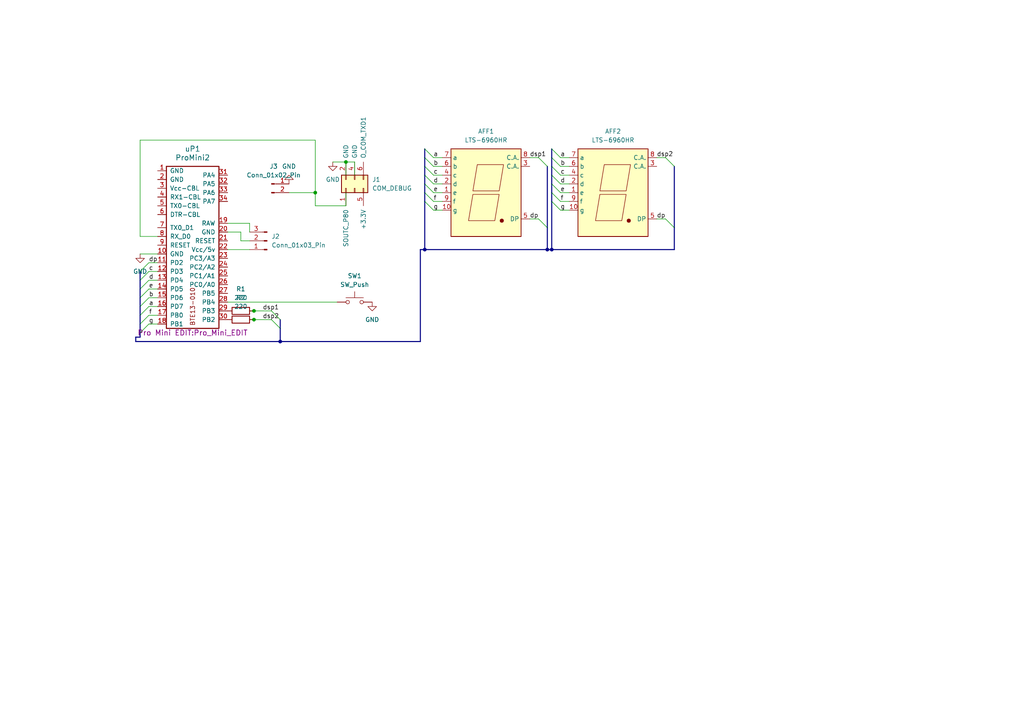
<source format=kicad_sch>
(kicad_sch (version 20230121) (generator eeschema)
  (paper "A4")
  (lib_symbols
    (symbol "COM_DEBUG:COM_DEBUG_Header" (pin_names (offset 1.016))
      (property "Reference" "J1" (at 6.35 1.27 0))
      (property "Value" "COM_DEBUG" (at 6.35 -1.27 0))
      (symbol "COM_DEBUG_Header_1_1"
        (rectangle (start -2.54 -2.54) (end 5.08 2.54) (stroke (width 0.254)) (fill (type background)))
        (rectangle (start -1.397 -2.54) (end -1.143 -1.27) (stroke (width 0.1524)))
        (rectangle (start -1.397 2.54) (end -1.143 1.27) (stroke (width 0.1524)))
        (rectangle (start 1.143 -2.54) (end 1.397 -1.27) (stroke (width 0.1524)))
        (rectangle (start 1.143 2.54) (end 1.397 1.27) (stroke (width 0.1524)))
        (rectangle (start 3.683 -2.54) (end 3.937 -1.27) (stroke (width 0.1524)))
        (rectangle (start 3.683 2.54) (end 3.937 1.27) (stroke (width 0.1524)))
        (pin passive line (at -1.27 -2.54 270) (length 3.81) (name "SOUTC_P80") (number "1"))
        (pin passive line (at -1.27 2.54 90) (length 3.81) (name "GND") (number "2"))
        (pin passive line (at 1.27 2.54 90) (length 3.81) (name "GND") (number "4"))
        (pin passive line (at 3.81 -2.54 270) (length 3.81) (name "+3.3V") (number "5"))
        (pin passive line (at 3.81 2.54 90) (length 3.81) (name "O_COM_TXD1") (number "6"))
      )
    )
    (symbol "Connector:Conn_01x02_Pin" (pin_names (offset 1.016) hide)
      (property "Reference" "J" (at 0 2.54 0))
      (property "Value" "Conn_01x02_Pin" (at 0 -5.08 0))
      (symbol "Conn_01x02_Pin_1_1"
        (polyline (pts (xy 1.27 -2.54) (xy 0.8636 -2.54)) (stroke (width 0.1524)))
        (polyline (pts (xy 1.27 0) (xy 0.8636 0)) (stroke (width 0.1524)))
        (rectangle (start 0.8636 -2.413) (end 0 -2.667) (stroke (width 0.1524)) (fill (type outline)))
        (rectangle (start 0.8636 0.127) (end 0 -0.127) (stroke (width 0.1524)) (fill (type outline)))
        (pin passive line (at 5.08 0 180) (length 3.81) (name "Pin_1") (number "1"))
        (pin passive line (at 5.08 -2.54 180) (length 3.81) (name "Pin_2") (number "2"))
      )
    )
    (symbol "Connector:Conn_01x03_Pin" (pin_names (offset 1.016) hide)
      (property "Reference" "J" (at 0 5.08 0))
      (property "Value" "Conn_01x03_Pin" (at 0 -5.08 0))
      (symbol "Conn_01x03_Pin_1_1"
        (polyline (pts (xy 1.27 -2.54) (xy 0.8636 -2.54)) (stroke (width 0.1524)))
        (polyline (pts (xy 1.27 0) (xy 0.8636 0)) (stroke (width 0.1524)))
        (polyline (pts (xy 1.27 2.54) (xy 0.8636 2.54)) (stroke (width 0.1524)))
        (rectangle (start 0.8636 -2.413) (end 0 -2.667) (stroke (width 0.1524)) (fill (type outline)))
        (rectangle (start 0.8636 0.127) (end 0 -0.127) (stroke (width 0.1524)) (fill (type outline)))
        (rectangle (start 0.8636 2.667) (end 0 2.413) (stroke (width 0.1524)) (fill (type outline)))
        (pin passive line (at 5.08 2.54 180) (length 3.81) (name "Pin_1") (number "1"))
        (pin passive line (at 5.08 0 180) (length 3.81) (name "Pin_2") (number "2"))
        (pin passive line (at 5.08 -2.54 180) (length 3.81) (name "Pin_3") (number "3"))
      )
    )
    (symbol "Device:R" (pin_numbers hide) (pin_names (offset 0))
      (property "Reference" "R" (at 2.032 0 90))
      (property "Value" "R" (at 0 0 90))
      (symbol "R_0_1"
        (rectangle (start -1.016 -2.54) (end 1.016 2.54) (stroke (width 0.254)))
      )
      (symbol "R_1_1"
        (pin passive line (at 0 3.81 270) (length 1.27) (name "~") (number "1"))
        (pin passive line (at 0 -3.81 90) (length 1.27) (name "~") (number "2"))
      )
    )
    (symbol "Display_Character:LTS-6960HR"
      (property "Reference" "AFF" (at -7.874 13.97 0))
      (property "Value" "LTS-6960HR" (at -2.032 13.97 0))
      (symbol "LTS-6960HR_0_1"
        (rectangle (start -10.16 12.7) (end 10.16 -12.7) (stroke (width 0.254)) (fill (type background)))
        (polyline (pts (xy -3.81 -0.508) (xy 3.81 -0.508) (xy 2.54 -8.128) (xy -5.08 -8.128) (xy -3.81 -0.508) (xy -3.81 -0.508)))
        (polyline (pts (xy -2.54 8.128) (xy 5.08 8.128) (xy 3.81 0.508) (xy -3.81 0.508) (xy -2.54 8.128) (xy -2.54 8.128)))
        (circle (center 4.572 -8.128) (radius 0.508) (fill (type outline)))
      )
      (symbol "LTS-6960HR_1_1"
        (pin passive line (at -12.7 0 0) (length 2.54) (name "e") (number "1"))
        (pin passive line (at -12.7 -5.08 0) (length 2.54) (name "g") (number "10"))
        (pin passive line (at -12.7 2.54 0) (length 2.54) (name "d") (number "2"))
        (pin passive line (at 12.7 7.62 180) (length 2.54) (name "C.A.") (number "3"))
        (pin passive line (at -12.7 5.08 0) (length 2.54) (name "c") (number "4"))
        (pin passive line (at 12.7 -7.62 180) (length 2.54) (name "DP") (number "5"))
        (pin passive line (at -12.7 7.62 0) (length 2.54) (name "b") (number "6"))
        (pin passive line (at -12.7 10.16 0) (length 2.54) (name "a") (number "7"))
        (pin passive line (at 12.7 10.16 180) (length 2.54) (name "C.A.") (number "8"))
        (pin passive line (at -12.7 -2.54 0) (length 2.54) (name "f") (number "9"))
      )
    )
    (symbol "Switch:SW_Push" (pin_numbers hide) (pin_names (offset 1.016) hide)
      (property "Reference" "SW" (at 1.27 2.54 0))
      (property "Value" "SW_Push" (at 0 -1.524 0))
      (symbol "SW_Push_0_1"
        (circle (center -2.032 0) (radius 0.508))
        (polyline (pts (xy 0 1.27) (xy 0 3.048)))
        (polyline (pts (xy 2.54 1.27) (xy -2.54 1.27)))
        (circle (center 2.032 0) (radius 0.508))
        (pin passive line (at -5.08 0 0) (length 2.54) (name "1") (number "1"))
        (pin passive line (at 5.08 0 180) (length 2.54) (name "2") (number "2"))
      )
    )
    (symbol "j_ProcessorBoards:ProMini2" (pin_names (offset 1.016))
      (property "Reference" "uP" (at -12.7 -8.89 0))
      (property "Value" "ProMini2" (at -15.24 -58.42 0))
      (symbol "ProMini2_0_1"
        (rectangle (start -22.86 -10.16) (end -7.62 -57.15) (stroke (width 0.3048)))
      )
      (symbol "ProMini2_1_0"
        (text "BTE13-010" (at -15.24 -50.8 900) (effects (font (size 1.27 1.27))))
      )
      (symbol "ProMini2_1_1"
        (pin input line (at -25.4 -11.43 0) (length 2.54) (name "GND") (number "1"))
        (pin input line (at -25.4 -35.56 0) (length 2.54) (name "GND") (number "10"))
        (pin bidirectional line (at -25.4 -38.1 0) (length 2.54) (name "PD2") (number "11"))
        (pin bidirectional line (at -25.4 -40.64 0) (length 2.54) (name "PD3") (number "12"))
        (pin bidirectional line (at -25.4 -43.18 0) (length 2.54) (name "PD4") (number "13"))
        (pin bidirectional line (at -25.4 -45.72 0) (length 2.54) (name "PD5") (number "14"))
        (pin bidirectional line (at -25.4 -48.26 0) (length 2.54) (name "PD6") (number "15"))
        (pin bidirectional line (at -25.4 -50.8 0) (length 2.54) (name "PD7") (number "16"))
        (pin bidirectional line (at -25.4 -53.34 0) (length 2.54) (name "PB0") (number "17"))
        (pin bidirectional line (at -25.4 -55.88 0) (length 2.54) (name "PB1") (number "18"))
        (pin input line (at -5.08 -26.67 180) (length 2.54) (name "RAW") (number "19"))
        (pin input line (at -25.4 -13.97 0) (length 2.54) (name "GND") (number "2"))
        (pin input line (at -5.08 -29.21 180) (length 2.54) (name "GND") (number "20"))
        (pin input line (at -5.08 -31.75 180) (length 2.54) (name "RESET") (number "21"))
        (pin input line (at -5.08 -34.29 180) (length 2.54) (name "Vcc/5v") (number "22"))
        (pin bidirectional line (at -5.08 -36.83 180) (length 2.54) (name "PC3/A3") (number "23"))
        (pin bidirectional line (at -5.08 -39.37 180) (length 2.54) (name "PC2/A2") (number "24"))
        (pin bidirectional line (at -5.08 -41.91 180) (length 2.54) (name "PC1/A1") (number "25"))
        (pin bidirectional line (at -5.08 -44.45 180) (length 2.54) (name "PC0/A0") (number "26"))
        (pin bidirectional line (at -5.08 -46.99 180) (length 2.54) (name "PB5") (number "27"))
        (pin bidirectional line (at -5.08 -49.53 180) (length 2.54) (name "PB4") (number "28"))
        (pin bidirectional line (at -5.08 -52.07 180) (length 2.54) (name "PB3") (number "29"))
        (pin power_in line (at -25.4 -16.51 0) (length 2.54) (name "Vcc-CBL") (number "3"))
        (pin bidirectional line (at -5.08 -54.61 180) (length 2.54) (name "PB2") (number "30"))
        (pin bidirectional line (at -5.08 -12.7 180) (length 2.54) (name "PA4") (number "31"))
        (pin bidirectional line (at -5.08 -15.24 180) (length 2.54) (name "PA5") (number "32"))
        (pin bidirectional line (at -5.08 -17.78 180) (length 2.54) (name "PA6") (number "33"))
        (pin bidirectional line (at -5.08 -20.32 180) (length 2.54) (name "PA7") (number "34"))
        (pin bidirectional line (at -25.4 -19.05 0) (length 2.54) (name "RX1-CBL") (number "4"))
        (pin bidirectional line (at -25.4 -21.59 0) (length 2.54) (name "TX0-CBL") (number "5"))
        (pin bidirectional line (at -25.4 -24.13 0) (length 2.54) (name "DTR-CBL") (number "6"))
        (pin bidirectional line (at -25.4 -27.94 0) (length 2.54) (name "TX0_D1") (number "7"))
        (pin bidirectional line (at -25.4 -30.48 0) (length 2.54) (name "RX_D0") (number "8"))
        (pin input line (at -25.4 -33.02 0) (length 2.54) (name "RESET") (number "9"))
      )
    )
    (symbol "power:GND" (power) (pin_names (offset 0))
      (property "Value" "GND" (at 0 -3.81 0))
      (symbol "GND_0_1"
        (polyline (pts (xy 0 0) (xy 0 -1.27) (xy 1.27 -1.27) (xy 0 -2.54) (xy -1.27 -1.27) (xy 0 -1.27)))
      )
      (symbol "GND_1_1"
        (pin power_in line (at 0 0 270) (length 0) hide (name "GND") (number "1"))
      )
    )
  )
  (junction (at 158.75 72.39))
  (junction (at 100.33 46.99))
  (junction (at 81.28 99.06))
  (junction (at 123.19 72.39))
  (junction (at 160.02 72.39))
  (junction (at 73.66 92.71))
  (junction (at 91.44 55.88))
  (junction (at 73.66 90.17))
  (bus_entry (at 156.21 63.5) (size 2.54 2.54))
  (bus_entry (at 193.04 45.72) (size 2.54 2.54))
  (bus_entry (at 43.18 76.2) (size -2.54 2.54))
  (bus_entry (at 43.18 78.74) (size -2.54 2.54))
  (bus_entry (at 125.73 58.42) (size -2.54 -2.54))
  (bus_entry (at 43.18 93.98) (size -2.54 2.54))
  (bus_entry (at 125.73 53.34) (size -2.54 -2.54))
  (bus_entry (at 43.18 81.28) (size -2.54 2.54))
  (bus_entry (at 125.73 55.88) (size -2.54 -2.54))
  (bus_entry (at 78.74 92.71) (size 2.54 2.54))
  (bus_entry (at 193.04 63.5) (size 2.54 2.54))
  (bus_entry (at 125.73 45.72) (size -2.54 -2.54))
  (bus_entry (at 43.18 91.44) (size -2.54 2.54))
  (bus_entry (at 43.18 86.36) (size -2.54 2.54))
  (bus_entry (at 125.73 60.96) (size -2.54 -2.54))
  (bus_entry (at 162.56 50.8) (size -2.54 -2.54))
  (bus_entry (at 162.56 48.26) (size -2.54 -2.54))
  (bus_entry (at 125.73 50.8) (size -2.54 -2.54))
  (bus_entry (at 43.18 83.82) (size -2.54 2.54))
  (bus_entry (at 162.56 45.72) (size -2.54 -2.54))
  (bus_entry (at 162.56 55.88) (size -2.54 -2.54))
  (bus_entry (at 162.56 53.34) (size -2.54 -2.54))
  (bus_entry (at 78.74 90.17) (size 2.54 2.54))
  (bus_entry (at 125.73 48.26) (size -2.54 -2.54))
  (bus_entry (at 162.56 60.96) (size -2.54 -2.54))
  (bus_entry (at 162.56 58.42) (size -2.54 -2.54))
  (bus_entry (at 156.21 45.72) (size 2.54 2.54))
  (bus_entry (at 43.18 88.9) (size -2.54 2.54))
  (wire (pts (xy 40.64 73.66) (xy 45.72 73.66)))
  (wire (pts (xy 43.18 83.82) (xy 45.72 83.82)))
  (wire (pts (xy 66.04 87.63) (xy 97.79 87.63)))
  (wire (pts (xy 190.5 45.72) (xy 193.04 45.72)))
  (bus (pts (xy 160.02 45.72) (xy 160.02 48.26)))
  (bus (pts (xy 40.64 86.36) (xy 40.64 88.9)))
  (bus (pts (xy 40.64 88.9) (xy 40.64 91.44)))
  (wire (pts (xy 162.56 45.72) (xy 165.1 45.72)))
  (wire (pts (xy 153.67 45.72) (xy 156.21 45.72)))
  (wire (pts (xy 96.52 46.99) (xy 100.33 46.99)))
  (wire (pts (xy 43.18 86.36) (xy 45.72 86.36)))
  (bus (pts (xy 160.02 43.18) (xy 160.02 45.72)))
  (bus (pts (xy 81.28 92.71) (xy 81.28 95.25)))
  (bus (pts (xy 195.58 72.39) (xy 160.02 72.39)))
  (wire (pts (xy 162.56 53.34) (xy 165.1 53.34)))
  (wire (pts (xy 72.39 64.77) (xy 66.04 64.77)))
  (bus (pts (xy 123.19 53.34) (xy 123.19 55.88)))
  (bus (pts (xy 195.58 66.04) (xy 195.58 72.39)))
  (wire (pts (xy 125.73 60.96) (xy 128.27 60.96)))
  (wire (pts (xy 162.56 60.96) (xy 165.1 60.96)))
  (bus (pts (xy 39.37 97.79) (xy 40.64 97.79)))
  (wire (pts (xy 72.39 90.17) (xy 73.66 90.17)))
  (bus (pts (xy 158.75 48.26) (xy 158.75 66.04)))
  (bus (pts (xy 121.92 72.39) (xy 123.19 72.39)))
  (bus (pts (xy 123.19 50.8) (xy 123.19 53.34)))
  (wire (pts (xy 43.18 93.98) (xy 45.72 93.98)))
  (wire (pts (xy 72.39 92.71) (xy 73.66 92.71)))
  (bus (pts (xy 40.64 91.44) (xy 40.64 93.98)))
  (bus (pts (xy 160.02 55.88) (xy 160.02 58.42)))
  (wire (pts (xy 102.87 46.99) (xy 102.87 50.8)))
  (wire (pts (xy 125.73 45.72) (xy 128.27 45.72)))
  (bus (pts (xy 123.19 48.26) (xy 123.19 50.8)))
  (wire (pts (xy 91.44 40.64) (xy 91.44 55.88)))
  (wire (pts (xy 40.64 68.58) (xy 40.64 40.64)))
  (bus (pts (xy 160.02 48.26) (xy 160.02 50.8)))
  (bus (pts (xy 158.75 66.04) (xy 158.75 72.39)))
  (wire (pts (xy 162.56 48.26) (xy 165.1 48.26)))
  (bus (pts (xy 160.02 58.42) (xy 160.02 72.39)))
  (wire (pts (xy 125.73 55.88) (xy 128.27 55.88)))
  (wire (pts (xy 83.82 55.88) (xy 91.44 55.88)))
  (wire (pts (xy 162.56 55.88) (xy 165.1 55.88)))
  (bus (pts (xy 40.64 78.74) (xy 40.64 81.28)))
  (bus (pts (xy 195.58 48.26) (xy 195.58 66.04)))
  (bus (pts (xy 123.19 43.18) (xy 123.19 45.72)))
  (wire (pts (xy 43.18 91.44) (xy 45.72 91.44)))
  (wire (pts (xy 91.44 55.88) (xy 91.44 59.69)))
  (bus (pts (xy 123.19 45.72) (xy 123.19 48.26)))
  (wire (pts (xy 43.18 88.9) (xy 45.72 88.9)))
  (bus (pts (xy 121.92 99.06) (xy 81.28 99.06)))
  (bus (pts (xy 160.02 53.34) (xy 160.02 55.88)))
  (wire (pts (xy 43.18 76.2) (xy 45.72 76.2)))
  (wire (pts (xy 125.73 53.34) (xy 128.27 53.34)))
  (bus (pts (xy 39.37 97.79) (xy 39.37 99.06)))
  (bus (pts (xy 40.64 81.28) (xy 40.64 83.82)))
  (wire (pts (xy 45.72 68.58) (xy 40.64 68.58)))
  (bus (pts (xy 123.19 55.88) (xy 123.19 58.42)))
  (wire (pts (xy 69.85 67.31) (xy 66.04 67.31)))
  (bus (pts (xy 158.75 72.39) (xy 160.02 72.39)))
  (wire (pts (xy 100.33 46.99) (xy 100.33 50.8)))
  (wire (pts (xy 153.67 63.5) (xy 156.21 63.5)))
  (bus (pts (xy 158.75 72.39) (xy 123.19 72.39)))
  (wire (pts (xy 125.73 58.42) (xy 128.27 58.42)))
  (wire (pts (xy 91.44 59.69) (xy 100.33 59.69)))
  (wire (pts (xy 72.39 69.85) (xy 69.85 69.85)))
  (bus (pts (xy 81.28 95.25) (xy 81.28 99.06)))
  (wire (pts (xy 162.56 50.8) (xy 165.1 50.8)))
  (bus (pts (xy 123.19 58.42) (xy 123.19 72.39)))
  (wire (pts (xy 100.33 55.88) (xy 100.33 59.69)))
  (bus (pts (xy 39.37 99.06) (xy 81.28 99.06)))
  (wire (pts (xy 73.66 92.71) (xy 78.74 92.71)))
  (bus (pts (xy 40.64 93.98) (xy 40.64 96.52)))
  (wire (pts (xy 66.04 72.39) (xy 72.39 72.39)))
  (wire (pts (xy 100.33 46.99) (xy 102.87 46.99)))
  (wire (pts (xy 69.85 69.85) (xy 69.85 67.31)))
  (wire (pts (xy 73.66 90.17) (xy 78.74 90.17)))
  (wire (pts (xy 190.5 63.5) (xy 193.04 63.5)))
  (wire (pts (xy 72.39 67.31) (xy 72.39 64.77)))
  (wire (pts (xy 43.18 81.28) (xy 45.72 81.28)))
  (wire (pts (xy 125.73 48.26) (xy 128.27 48.26)))
  (wire (pts (xy 125.73 50.8) (xy 128.27 50.8)))
  (wire (pts (xy 43.18 78.74) (xy 45.72 78.74)))
  (bus (pts (xy 121.92 72.39) (xy 121.92 99.06)))
  (wire (pts (xy 162.56 58.42) (xy 165.1 58.42)))
  (bus (pts (xy 40.64 83.82) (xy 40.64 86.36)))
  (bus (pts (xy 160.02 50.8) (xy 160.02 53.34)))
  (bus (pts (xy 40.64 97.79) (xy 40.64 96.52)))
  (wire (pts (xy 40.64 40.64) (xy 91.44 40.64)))
  (label "b" (at 43.18 86.36 0))
  (label "b" (at 162.56 48.26 0))
  (label "dsp1" (at 76.2 90.17 0))
  (label "c" (at 162.56 50.8 0))
  (label "a" (at 162.56 45.72 0))
  (label "f" (at 125.73 58.42 0))
  (label "dsp1" (at 153.67 45.72 0))
  (label "e" (at 125.73 55.88 0))
  (label "dsp2" (at 76.2 92.71 0))
  (label "f" (at 43.18 91.44 0))
  (label "a" (at 125.73 45.72 0))
  (label "f" (at 162.56 58.42 0))
  (label "dp" (at 190.5 63.5 0))
  (label "c" (at 43.18 78.74 0))
  (label "dp" (at 43.18 76.2 0))
  (label "b" (at 125.73 48.26 0))
  (label "g" (at 43.18 93.98 0))
  (label "c" (at 125.73 50.8 0))
  (label "g" (at 125.73 60.96 0))
  (label "g" (at 162.56 60.96 0))
  (label "d" (at 43.18 81.28 0))
  (label "dp" (at 153.67 63.5 0))
  (label "e" (at 162.56 55.88 0))
  (label "dsp2" (at 190.5 45.72 0))
  (label "e" (at 43.18 83.82 0))
  (label "d" (at 162.56 53.34 0))
  (label "a" (at 43.18 88.9 0))
  (label "d" (at 125.73 53.34 0))
  (symbol (lib_id "Device:R") (at 69.85 90.17 90) (unit 1)
    (property "Reference" "R1" (at 69.85 83.82 90))
    (property "Value" "220" (at 69.85 86.36 90))
    (property "Footprint" "Resistor_THT:R_Axial_DIN0204_L3.6mm_D1.6mm_P7.62mm_Horizontal" (effects hide))
  )
  (symbol (lib_id "COM_DEBUG:COM_DEBUG_Header") (at 101.6 53.34 0) (unit 1)
    (property "Reference" "J1" (at 107.95 52.07 0) (effects (justify left)))
    (property "Value" "COM_DEBUG" (at 107.95 54.61 0) (effects (justify left)))
    (property "Footprint" "Connector_PinHeader_2.54mm:PinHeader_2x03_P2.54mm_Vertical" (effects hide))
  )
  (symbol (lib_id "power:GND") (at 83.82 53.34 180) (unit 1)
    (property "Reference" "#PWR04" (effects hide))
    (property "Value" "GND" (at 83.82 48.26 0))
  )
  (symbol (lib_id "Device:R") (at 69.85 92.71 90) (unit 1)
    (property "Reference" "R2" (at 69.85 86.36 90))
    (property "Value" "220" (at 69.85 88.9 90))
    (property "Footprint" "Resistor_THT:R_Axial_DIN0204_L3.6mm_D1.6mm_P7.62mm_Horizontal" (effects hide))
    (property "Datasheet" "  (symbol \"Device:R\" (pin_numbers hide) (pin_names (offset 0)) (in_bom yes) (on_board yes)" (effects hide))
  )
  (symbol (lib_id "j_ProcessorBoards:ProMini2") (at 71.12 38.1 0) (unit 1)
    (property "Reference" "uP1" (at 55.88 43.18 0) (effects (font (size 1.524 1.524))))
    (property "Value" "ProMini2" (at 55.88 45.72 0) (effects (font (size 1.524 1.524))))
    (property "Footprint" "Pro Mini EDIT:Pro_Mini_EDIT" (at 55.88 96.52 0) (effects (font (size 1.524 1.524))))
  )
  (symbol (lib_id "Display_Character:LTS-6960HR") (at 177.8 55.88 0) (unit 1)
    (property "Reference" "AFF2" (at 177.8 38.1 0))
    (property "Value" "LTS-6960HR" (at 177.8 40.64 0))
    (property "Footprint" "Display_7Segment:D1X8K" (effects hide))
    (property "Datasheet" "https://datasheet.octopart.com/LTS-6960HR-Lite-On-datasheet-11803242.pdf" (effects hide))
  )
  (symbol (lib_id "power:GND") (at 107.95 87.63 0) (unit 1)
    (property "Reference" "#PWR01" (effects hide))
    (property "Value" "GND" (at 107.95 92.71 0))
  )
  (symbol (lib_id "Connector:Conn_01x03_Pin") (at 77.47 69.85 180) (unit 1)
    (property "Reference" "J2" (at 78.74 68.58 0) (effects (justify right)))
    (property "Value" "Conn_01x03_Pin" (at 78.74 71.12 0) (effects (justify right)))
    (property "Footprint" "Connector_PinHeader_2.54mm:PinHeader_1x03_P2.54mm_Vertical" (effects hide))
  )
  (symbol (lib_id "Switch:SW_Push") (at 102.87 87.63 0) (unit 1)
    (property "Reference" "SW1" (at 102.87 80.01 0))
    (property "Value" "SW_Push" (at 102.87 82.55 0))
    (property "Footprint" "Button_Switch_THT:SW_PUSH_6mm_H5mm" (effects hide))
  )
  (symbol (lib_id "Display_Character:LTS-6960HR") (at 140.97 55.88 0) (unit 1)
    (property "Reference" "AFF1" (at 140.97 38.1 0))
    (property "Value" "LTS-6960HR" (at 140.97 40.64 0))
    (property "Footprint" "Display_7Segment:D1X8K" (effects hide))
    (property "Datasheet" "https://datasheet.octopart.com/LTS-6960HR-Lite-On-datasheet-11803242.pdf" (effects hide))
  )
  (symbol (lib_id "power:GND") (at 40.64 73.66 0) (unit 1)
    (property "Reference" "#PWR02" (effects hide))
    (property "Value" "GND" (at 40.64 78.74 0))
  )
  (symbol (lib_id "Connector:Conn_01x02_Pin") (at 78.74 53.34 0) (unit 1)
    (property "Reference" "J3" (at 79.375 48.26 0))
    (property "Value" "Conn_01x02_Pin" (at 79.375 50.8 0))
    (property "Footprint" "Connector_PinHeader_2.54mm:PinHeader_1x02_P2.54mm_Vertical" (effects hide))
  )
  (symbol (lib_id "power:GND") (at 96.52 46.99 0) (unit 1)
    (property "Reference" "#PWR03" (effects hide))
    (property "Value" "GND" (at 96.52 52.07 0))
  )
)
</source>
